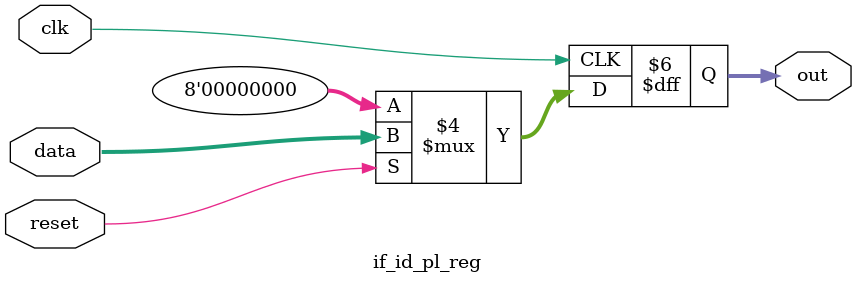
<source format=v>
`timescale 1ns / 1ps


module if_id_pl_reg(
 input clk,
   input reset,
   input [7:0] data,
   output reg [7:0]out
  );
  
      always@(posedge clk)
      begin
  if(!reset)
  out = 0;
  else
  out = data ;
  end
endmodule

</source>
